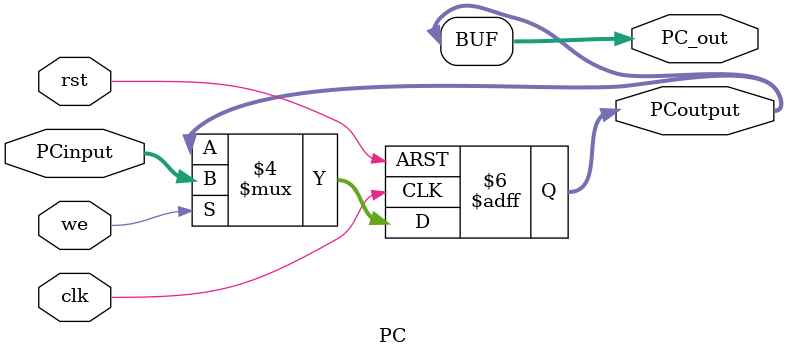
<source format=v>
`timescale 1ns / 1ps


module PC(
    input [31:0] PCinput,
    input clk,
    input rst,
    input we,
    output reg [31:0] PCoutput,
    output [31:0] PC_out
    );
    always@(posedge clk or posedge rst)
    begin
        if(rst)
        begin
            PCoutput <= 'b0;
        end
        else
        begin
            if(we == 1)
            begin
                PCoutput <= PCinput;
            end
            else
            begin
                PCoutput <= PCoutput;
            end
        end
    end
    assign PC_out = PCoutput;
endmodule

</source>
